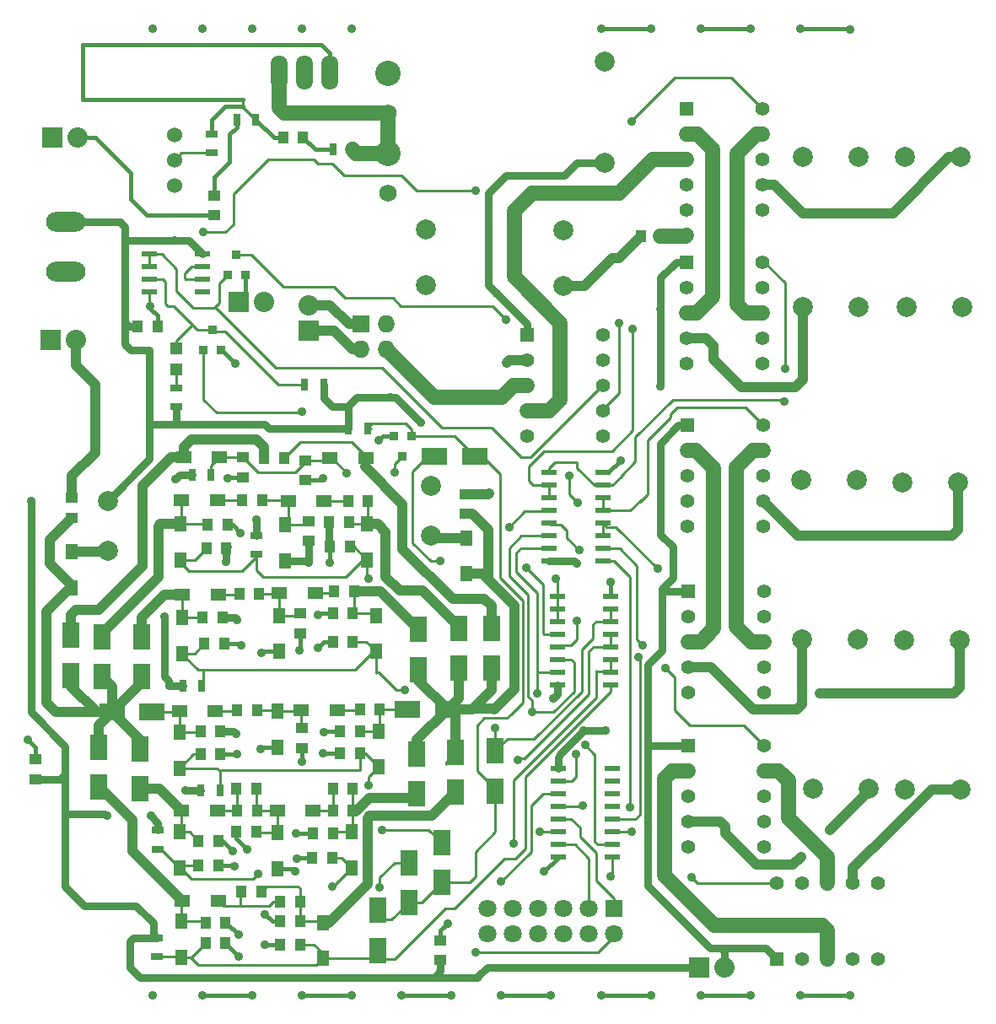
<source format=gtl>
%FSLAX46Y46*%
G04 Gerber Fmt 4.6, Leading zero omitted, Abs format (unit mm)*
G04 Created by KiCad (PCBNEW (2014-10-27 BZR 5228)-product) date 23/02/2015 12:19:06*
%MOMM*%
G01*
G04 APERTURE LIST*
%ADD10C,0.100000*%
%ADD11R,1.800860X2.499360*%
%ADD12R,2.499360X1.800860*%
%ADD13C,1.998980*%
%ADD14R,2.032000X2.032000*%
%ADD15O,2.032000X2.032000*%
%ADD16O,1.699260X3.500120*%
%ADD17R,1.727200X1.727200*%
%ADD18O,1.727200X1.727200*%
%ADD19C,1.524000*%
%ADD20R,1.550000X0.600000*%
%ADD21C,2.540000*%
%ADD22C,1.727200*%
%ADD23R,1.397000X1.397000*%
%ADD24C,1.397000*%
%ADD25R,1.000000X1.250000*%
%ADD26R,1.250000X1.000000*%
%ADD27R,1.198880X1.600200*%
%ADD28R,1.600200X1.198880*%
%ADD29R,0.700000X1.300000*%
%ADD30R,1.300000X0.700000*%
%ADD31R,1.800000X1.800000*%
%ADD32C,1.800000*%
%ADD33R,0.914400X0.914400*%
%ADD34R,1.500000X0.600000*%
%ADD35O,3.962400X1.981200*%
%ADD36R,1.198880X1.198880*%
%ADD37C,0.889000*%
%ADD38C,0.762000*%
%ADD39C,0.381000*%
%ADD40C,0.254000*%
%ADD41C,1.524000*%
%ADD42C,1.016000*%
G04 APERTURE END LIST*
D10*
D11*
X109900000Y-116498980D03*
X109900000Y-112501020D03*
X113900000Y-116498980D03*
X113900000Y-112501020D03*
D12*
X110901020Y-120100000D03*
X114898980Y-120100000D03*
D11*
X113700000Y-123801020D03*
X113700000Y-127798980D03*
X109600000Y-123601020D03*
X109600000Y-127598980D03*
X145400000Y-124101020D03*
X145400000Y-128098980D03*
X145700000Y-115698980D03*
X145700000Y-111701020D03*
X141700000Y-115798980D03*
X141700000Y-111801020D03*
D12*
X144598980Y-119800000D03*
X140601020Y-119800000D03*
D11*
X141500000Y-124301020D03*
X141500000Y-128298980D03*
D13*
X160375600Y-64919860D03*
X160375600Y-54759860D03*
X142392400Y-77228700D03*
X142392400Y-71640700D03*
X156197300Y-77292200D03*
X156197300Y-71704200D03*
X196092000Y-64396000D03*
X190504000Y-64396000D03*
X196292000Y-79396000D03*
X190704000Y-79396000D03*
X195892000Y-96996000D03*
X190304000Y-96996000D03*
X181308000Y-127804000D03*
X186896000Y-127804000D03*
X195992000Y-112896000D03*
X190404000Y-112896000D03*
X185892000Y-64396000D03*
X180304000Y-64396000D03*
X185892000Y-79396000D03*
X180304000Y-79396000D03*
X185692000Y-96796000D03*
X180104000Y-96796000D03*
X196092000Y-127896000D03*
X190504000Y-127896000D03*
X185792000Y-112796000D03*
X180204000Y-112796000D03*
D14*
X130644900Y-81788000D03*
D15*
X130644900Y-79248000D03*
D14*
X123630000Y-78900000D03*
D15*
X126170000Y-78900000D03*
D14*
X104930000Y-62400000D03*
D15*
X107470000Y-62400000D03*
D14*
X104730000Y-82700000D03*
D15*
X107270000Y-82700000D03*
D16*
X130200000Y-55900000D03*
X132740000Y-55900000D03*
X127660000Y-55900000D03*
D13*
X110500000Y-98900640D03*
X110500000Y-103901900D03*
X142900000Y-102399360D03*
X142900000Y-97398100D03*
D17*
X135902700Y-81140300D03*
D18*
X135902700Y-83680300D03*
X138442700Y-81140300D03*
X138442700Y-83680300D03*
D19*
X117170200Y-64668400D03*
X117170200Y-62128400D03*
X117170200Y-67208400D03*
D20*
X114635300Y-74091800D03*
X114635300Y-75361800D03*
X114635300Y-76631800D03*
X114635300Y-77901800D03*
X120035300Y-77901800D03*
X120035300Y-76631800D03*
X120035300Y-75361800D03*
X120035300Y-74091800D03*
D21*
X138582400Y-55976000D03*
D22*
X138582400Y-59976000D03*
D21*
X138582400Y-63976000D03*
D22*
X138582400Y-67976000D03*
D23*
X152603200Y-82207100D03*
D24*
X152603200Y-84747100D03*
X152603200Y-87287100D03*
X152603200Y-89827100D03*
X152603200Y-92367100D03*
X160223200Y-92367100D03*
X160223200Y-89827100D03*
X160223200Y-87287100D03*
X160223200Y-84747100D03*
X160223200Y-82207100D03*
D23*
X168590000Y-59520000D03*
D24*
X168590000Y-62060000D03*
X168590000Y-64600000D03*
X168590000Y-67140000D03*
X168590000Y-69680000D03*
X176210000Y-69680000D03*
X176210000Y-67140000D03*
X176210000Y-64600000D03*
X176210000Y-62060000D03*
X176210000Y-59520000D03*
D23*
X168590000Y-74920000D03*
D24*
X168590000Y-77460000D03*
X168590000Y-80000000D03*
X168590000Y-82540000D03*
X168590000Y-85080000D03*
X176210000Y-85080000D03*
X176210000Y-82540000D03*
X176210000Y-80000000D03*
X176210000Y-77460000D03*
X176210000Y-74920000D03*
D23*
X168690000Y-91320000D03*
D24*
X168690000Y-93860000D03*
X168690000Y-96400000D03*
X168690000Y-98940000D03*
X168690000Y-101480000D03*
X176310000Y-101480000D03*
X176310000Y-98940000D03*
X176310000Y-96400000D03*
X176310000Y-93860000D03*
X176310000Y-91320000D03*
D23*
X168790000Y-107920000D03*
D24*
X168790000Y-110460000D03*
X168790000Y-113000000D03*
X168790000Y-115540000D03*
X168790000Y-118080000D03*
X176410000Y-118080000D03*
X176410000Y-115540000D03*
X176410000Y-113000000D03*
X176410000Y-110460000D03*
X176410000Y-107920000D03*
D23*
X168790000Y-123420000D03*
D24*
X168790000Y-125960000D03*
X168790000Y-128500000D03*
X168790000Y-131040000D03*
X168790000Y-133580000D03*
X176410000Y-133580000D03*
X176410000Y-131040000D03*
X176410000Y-128500000D03*
X176410000Y-125960000D03*
X176410000Y-123420000D03*
D25*
X113500000Y-81400000D03*
X115500000Y-81400000D03*
D26*
X121196100Y-68227700D03*
X121196100Y-70227700D03*
D25*
X130100000Y-62400000D03*
X128100000Y-62400000D03*
D26*
X106900000Y-100600000D03*
X106900000Y-98600000D03*
D25*
X120400000Y-103600000D03*
X122400000Y-103600000D03*
X120200000Y-113200000D03*
X122200000Y-113200000D03*
X135800000Y-124200000D03*
X133800000Y-124200000D03*
X119600000Y-135500000D03*
X121600000Y-135500000D03*
X120300000Y-143300000D03*
X122300000Y-143300000D03*
X120500000Y-101300000D03*
X122500000Y-101300000D03*
X120000000Y-110600000D03*
X122000000Y-110600000D03*
X119800000Y-122000000D03*
X121800000Y-122000000D03*
X119600000Y-133000000D03*
X121600000Y-133000000D03*
X120300000Y-141200000D03*
X122300000Y-141200000D03*
X126000000Y-98800000D03*
X124000000Y-98800000D03*
X125700000Y-108200000D03*
X123700000Y-108200000D03*
X125500000Y-119900000D03*
X123500000Y-119900000D03*
X125500000Y-130000000D03*
X123500000Y-130000000D03*
X129800000Y-139100000D03*
X127800000Y-139100000D03*
X129800000Y-143400000D03*
X127800000Y-143400000D03*
D26*
X130700000Y-100900000D03*
X130700000Y-102900000D03*
X129800000Y-110200000D03*
X129800000Y-112200000D03*
X130000000Y-121700000D03*
X130000000Y-123700000D03*
D25*
X125400000Y-132100000D03*
X123400000Y-132100000D03*
X129800000Y-141100000D03*
X127800000Y-141100000D03*
X136600000Y-98900000D03*
X134600000Y-98900000D03*
X135200000Y-108000000D03*
X133200000Y-108000000D03*
X137800000Y-119800000D03*
X135800000Y-119800000D03*
X135100000Y-127800000D03*
X133100000Y-127800000D03*
X134800000Y-103500000D03*
X132800000Y-103500000D03*
X135100000Y-113000000D03*
X133100000Y-113000000D03*
X119800000Y-124300000D03*
X121800000Y-124300000D03*
X133000000Y-134700000D03*
X131000000Y-134700000D03*
X134700000Y-101000000D03*
X132700000Y-101000000D03*
X135100000Y-110200000D03*
X133100000Y-110200000D03*
X135800000Y-122000000D03*
X133800000Y-122000000D03*
X133100000Y-132300000D03*
X131100000Y-132300000D03*
D26*
X146400000Y-98200000D03*
X146400000Y-100200000D03*
D25*
X125400000Y-127800000D03*
X123400000Y-127800000D03*
X135100000Y-130000000D03*
X133100000Y-130000000D03*
D27*
X106900000Y-103999140D03*
X106900000Y-107600860D03*
X117800000Y-101199140D03*
X117800000Y-104800860D03*
X118000000Y-110599140D03*
X118000000Y-114200860D03*
X117700000Y-122099140D03*
X117700000Y-125700860D03*
X117700000Y-132099140D03*
X117700000Y-135700860D03*
X117900000Y-141099140D03*
X117900000Y-144700860D03*
D28*
X117899140Y-98800000D03*
X121500860Y-98800000D03*
X117999140Y-108300000D03*
X121600860Y-108300000D03*
X117699140Y-120000000D03*
X121300860Y-120000000D03*
X117899140Y-130000000D03*
X121500860Y-130000000D03*
X117999140Y-139000000D03*
X121600860Y-139000000D03*
D27*
X128300000Y-101299140D03*
X128300000Y-104900860D03*
X127700000Y-110399140D03*
X127700000Y-114000860D03*
X127500000Y-119999140D03*
X127500000Y-123600860D03*
X127500000Y-132199140D03*
X127500000Y-135800860D03*
X132100000Y-141199140D03*
X132100000Y-144800860D03*
D28*
X128599140Y-98900000D03*
X132200860Y-98900000D03*
X127699140Y-108100000D03*
X131300860Y-108100000D03*
X129899140Y-119900000D03*
X133500860Y-119900000D03*
X127499140Y-130000000D03*
X131100860Y-130000000D03*
D27*
X136500000Y-101199140D03*
X136500000Y-104800860D03*
X137400000Y-110399140D03*
X137400000Y-114000860D03*
X137700000Y-121999140D03*
X137700000Y-125600860D03*
X135000000Y-132099140D03*
X135000000Y-135700860D03*
X146500000Y-102599140D03*
X146500000Y-106200860D03*
D29*
X125350000Y-60600000D03*
X123450000Y-60600000D03*
D30*
X120967500Y-62067400D03*
X120967500Y-63967400D03*
D29*
X135050000Y-63600000D03*
X133150000Y-63600000D03*
D30*
X115400000Y-144650000D03*
X115400000Y-142750000D03*
X115500000Y-133850000D03*
X115500000Y-131950000D03*
D29*
X121750000Y-127900000D03*
X119850000Y-127900000D03*
X119950000Y-117400000D03*
X118050000Y-117400000D03*
D30*
X125400000Y-104250000D03*
X125400000Y-102350000D03*
D25*
X166000000Y-72300000D03*
X164000000Y-72300000D03*
D23*
X177620000Y-144910000D03*
D24*
X180160000Y-144910000D03*
X182700000Y-144910000D03*
X185240000Y-144910000D03*
X187780000Y-144910000D03*
X187780000Y-137290000D03*
X185240000Y-137290000D03*
X182700000Y-137290000D03*
X180160000Y-137290000D03*
X177620000Y-137290000D03*
D31*
X161300000Y-139800000D03*
D32*
X158760000Y-139800000D03*
X156220000Y-139800000D03*
X153680000Y-139800000D03*
X151140000Y-139800000D03*
X148600000Y-139800000D03*
X161300000Y-142340000D03*
X158760000Y-142340000D03*
X156220000Y-142340000D03*
X153680000Y-142340000D03*
X151140000Y-142340000D03*
X148600000Y-142340000D03*
D25*
X128200000Y-94600000D03*
X126200000Y-94600000D03*
D26*
X124100000Y-94500000D03*
X124100000Y-96500000D03*
X130300000Y-94800000D03*
X130300000Y-96800000D03*
D11*
X137600000Y-140001020D03*
X137600000Y-143998980D03*
X140700000Y-139198980D03*
X140700000Y-135201020D03*
X144000000Y-137198980D03*
X144000000Y-133201020D03*
X149400000Y-127998980D03*
X149400000Y-124001020D03*
D12*
X147298980Y-94400000D03*
X143301020Y-94400000D03*
D11*
X106800000Y-116398980D03*
X106800000Y-112401020D03*
X149000000Y-115698980D03*
X149000000Y-111701020D03*
D28*
X118099140Y-94500000D03*
X121700860Y-94500000D03*
X136400860Y-94600000D03*
X132799140Y-94600000D03*
D33*
X124289000Y-76216000D03*
X122511000Y-76216000D03*
X123400000Y-74184000D03*
X139211000Y-92384000D03*
X140989000Y-92384000D03*
X140100000Y-94416000D03*
D29*
X136550000Y-91600000D03*
X134650000Y-91600000D03*
X120850000Y-96300000D03*
X118950000Y-96300000D03*
D34*
X155700000Y-125755000D03*
X155700000Y-127025000D03*
X155700000Y-128295000D03*
X155700000Y-129565000D03*
X155700000Y-130835000D03*
X155700000Y-132105000D03*
X155700000Y-133375000D03*
X155700000Y-134645000D03*
X161100000Y-134645000D03*
X161100000Y-133375000D03*
X161100000Y-132105000D03*
X161100000Y-130835000D03*
X161100000Y-129565000D03*
X161100000Y-128295000D03*
X161100000Y-127025000D03*
X161100000Y-125755000D03*
X160200000Y-104945000D03*
X160200000Y-103675000D03*
X160200000Y-102405000D03*
X160200000Y-101135000D03*
X160200000Y-99865000D03*
X160200000Y-98595000D03*
X160200000Y-97325000D03*
X160200000Y-96055000D03*
X154800000Y-96055000D03*
X154800000Y-97325000D03*
X154800000Y-98595000D03*
X154800000Y-99865000D03*
X154800000Y-101135000D03*
X154800000Y-102405000D03*
X154800000Y-103675000D03*
X154800000Y-104945000D03*
X161000000Y-117345000D03*
X161000000Y-116075000D03*
X161000000Y-114805000D03*
X161000000Y-113535000D03*
X161000000Y-112265000D03*
X161000000Y-110995000D03*
X161000000Y-109725000D03*
X161000000Y-108455000D03*
X155600000Y-108455000D03*
X155600000Y-109725000D03*
X155600000Y-110995000D03*
X155600000Y-112265000D03*
X155600000Y-113535000D03*
X155600000Y-114805000D03*
X155600000Y-116075000D03*
X155600000Y-117345000D03*
D25*
X125900000Y-138100000D03*
X123900000Y-138100000D03*
D26*
X103200000Y-126800000D03*
X103200000Y-124800000D03*
X143900000Y-145000000D03*
X143900000Y-143000000D03*
D35*
X106300000Y-75900000D03*
X106300000Y-70900000D03*
D14*
X169830000Y-145700000D03*
D15*
X172370000Y-145700000D03*
D33*
X121889000Y-83716000D03*
X120111000Y-83716000D03*
X121000000Y-81684000D03*
D29*
X130250000Y-87200000D03*
X132150000Y-87200000D03*
D36*
X117400000Y-85649020D03*
X117400000Y-83550980D03*
D30*
X117400000Y-89450000D03*
X117400000Y-87550000D03*
D37*
X117300000Y-96700000D03*
X102800000Y-98900000D03*
X116200000Y-110500000D03*
X125400000Y-100800000D03*
X110400000Y-130500000D03*
X114800000Y-130500000D03*
X118300000Y-127900000D03*
X138900000Y-88500000D03*
X149550000Y-78050000D03*
X141900000Y-91000000D03*
X117200000Y-72700000D03*
X182000000Y-118200000D03*
X180100000Y-134600000D03*
X183000000Y-131900000D03*
X148800000Y-98100000D03*
X150600000Y-85000000D03*
X143900000Y-104900000D03*
X155500000Y-106700000D03*
X136700000Y-106700000D03*
X140300000Y-117900000D03*
X149400000Y-121700000D03*
X151700000Y-124900000D03*
X136700000Y-127400000D03*
X138000000Y-131900000D03*
X151200000Y-133300000D03*
X133000000Y-137600000D03*
X137800000Y-137700000D03*
X125600000Y-136300000D03*
X120100000Y-71900000D03*
X147400000Y-67700000D03*
X161800000Y-81000000D03*
X163100000Y-60800000D03*
X163200000Y-81600000D03*
X178400000Y-88900000D03*
X178500000Y-85600000D03*
X165700000Y-105700000D03*
X166500000Y-115700000D03*
X164200000Y-113400000D03*
X168600000Y-72200000D03*
X157800000Y-103800000D03*
X158200000Y-129500000D03*
X157600000Y-110900000D03*
X153100000Y-120100000D03*
X153900000Y-132100000D03*
X153600000Y-118200000D03*
X158400000Y-123400000D03*
X157600000Y-105200000D03*
X158300000Y-121900000D03*
X155200000Y-118700000D03*
X160500000Y-121900000D03*
X147400000Y-144200000D03*
X150000000Y-137100000D03*
X162900000Y-129600000D03*
X169100000Y-136700000D03*
X139300000Y-96000000D03*
X134500000Y-96100000D03*
X161000000Y-136600000D03*
X163100000Y-132100000D03*
X150500000Y-80700000D03*
X157500000Y-124300000D03*
X150800000Y-101500000D03*
X152500000Y-105600000D03*
X166000000Y-87400000D03*
X156800000Y-96400000D03*
X157700000Y-99100000D03*
X163800000Y-114600000D03*
X130000000Y-89900000D03*
X162000000Y-94800000D03*
X185000000Y-148500000D03*
X180000000Y-148500000D03*
X175000000Y-148500000D03*
X170000000Y-148500000D03*
X165000000Y-148500000D03*
X160000000Y-148500000D03*
X155000000Y-148500000D03*
X150000000Y-148500000D03*
X145000000Y-148500000D03*
X140000000Y-148500000D03*
X135000000Y-148500000D03*
X130000000Y-148500000D03*
X123600000Y-144600000D03*
X115000000Y-148500000D03*
X120000000Y-148500000D03*
X125000000Y-148500000D03*
X137700000Y-92800000D03*
X161000000Y-107000000D03*
X154300000Y-136100000D03*
X132100000Y-96600000D03*
X122500000Y-96600000D03*
X160000000Y-51500000D03*
X165000000Y-51500000D03*
X170000000Y-51500000D03*
X175000000Y-51500000D03*
X180000000Y-51500000D03*
X185000000Y-51600000D03*
X135000000Y-51500000D03*
X126300000Y-143400000D03*
X126300000Y-140400000D03*
X123600000Y-142400000D03*
X122400000Y-105000000D03*
X130700000Y-105100000D03*
X123400000Y-122300000D03*
X123500000Y-110800000D03*
X123800000Y-102100000D03*
X132800000Y-105100000D03*
X123900000Y-113400000D03*
X125900000Y-114100000D03*
X129700000Y-113900000D03*
X131600000Y-110300000D03*
X131600000Y-113600000D03*
X123500000Y-124300000D03*
X125800000Y-123800000D03*
X130000000Y-125100000D03*
X132100000Y-124200000D03*
X132200000Y-122100000D03*
X129400000Y-132300000D03*
X129500000Y-134800000D03*
X129300000Y-136100000D03*
X124500000Y-133900000D03*
X123000000Y-134000000D03*
X123200000Y-135600000D03*
X123300000Y-85100000D03*
X144600000Y-141300000D03*
X102500000Y-122900000D03*
X130000000Y-51500000D03*
X120000000Y-51500000D03*
X125000000Y-51500000D03*
X115000000Y-51500000D03*
X114757200Y-79362300D03*
D38*
X117400000Y-89450000D02*
X117400000Y-91200000D01*
X117500000Y-91100000D02*
X117500000Y-91200000D01*
X117400000Y-91200000D02*
X117500000Y-91100000D01*
X135300000Y-146700000D02*
X143300000Y-146700000D01*
X135300000Y-146700000D02*
X135500000Y-146700000D01*
X115400000Y-142750000D02*
X113050000Y-142750000D01*
X113700000Y-146700000D02*
X135300000Y-146700000D01*
X112700000Y-145700000D02*
X113700000Y-146700000D01*
X112700000Y-143100000D02*
X112700000Y-145700000D01*
X113050000Y-142750000D02*
X112700000Y-143100000D01*
X134650000Y-91600000D02*
X126700000Y-91600000D01*
X126300000Y-91200000D02*
X117500000Y-91200000D01*
X117500000Y-91200000D02*
X114700000Y-91200000D01*
X126700000Y-91600000D02*
X126300000Y-91200000D01*
X118950000Y-96300000D02*
X117700000Y-96300000D01*
X117700000Y-96300000D02*
X117300000Y-96700000D01*
X106200000Y-123900000D02*
X106200000Y-123500000D01*
X102800000Y-120100000D02*
X102800000Y-98900000D01*
X106200000Y-123500000D02*
X102800000Y-120100000D01*
X116600000Y-116900000D02*
X116200000Y-116500000D01*
X116200000Y-116500000D02*
X116200000Y-110500000D01*
X118050000Y-117400000D02*
X116600000Y-117400000D01*
X116600000Y-117400000D02*
X116600000Y-116900000D01*
X125400000Y-102350000D02*
X125400000Y-100800000D01*
X114700000Y-86500000D02*
X114700000Y-91200000D01*
X114700000Y-91200000D02*
X114700000Y-92300000D01*
X114700000Y-92300000D02*
X114700000Y-94700640D01*
X114700000Y-94700640D02*
X110500000Y-98900640D01*
X114671600Y-83769200D02*
X114671600Y-86471600D01*
X114671600Y-86471600D02*
X114700000Y-86500000D01*
X112366100Y-83333900D02*
X112266100Y-83333900D01*
X112179100Y-76500000D02*
X112179100Y-80949800D01*
X112179100Y-76301600D02*
X112179100Y-76500000D01*
X112179100Y-80949800D02*
X112179100Y-83146900D01*
X112179100Y-83146900D02*
X112366100Y-83333900D01*
X112366100Y-83333900D02*
X112801400Y-83769200D01*
X112801400Y-83769200D02*
X114671600Y-83769200D01*
X106200000Y-126300000D02*
X106200000Y-130300000D01*
X106200000Y-123900000D02*
X106200000Y-126300000D01*
X110400000Y-130500000D02*
X110200000Y-130300000D01*
X110200000Y-130300000D02*
X106200000Y-130300000D01*
X115500000Y-131200000D02*
X114800000Y-130500000D01*
X115500000Y-131950000D02*
X115500000Y-131200000D01*
X115050000Y-142400000D02*
X115400000Y-142750000D01*
X113300000Y-139500000D02*
X115050000Y-141250000D01*
X108100000Y-139500000D02*
X113300000Y-139500000D01*
X106200000Y-137600000D02*
X108100000Y-139500000D01*
X106200000Y-137600000D02*
X106200000Y-130300000D01*
X115050000Y-142400000D02*
X115050000Y-141250000D01*
X119850000Y-127900000D02*
X118300000Y-127900000D01*
X135500000Y-88500000D02*
X138900000Y-88500000D01*
X134650000Y-89350000D02*
X135500000Y-88500000D01*
X134650000Y-89400000D02*
X134650000Y-89350000D01*
X134650000Y-91600000D02*
X134650000Y-89400000D01*
X143900000Y-146100000D02*
X143300000Y-146700000D01*
X143900000Y-145000000D02*
X143900000Y-146100000D01*
X105700000Y-126800000D02*
X106200000Y-126300000D01*
X103200000Y-126800000D02*
X105700000Y-126800000D01*
X149550000Y-78050000D02*
X152603200Y-81103200D01*
X152603200Y-81103200D02*
X152603200Y-82207100D01*
X148700000Y-77200000D02*
X149550000Y-78050000D01*
X148700000Y-68000000D02*
X148700000Y-77200000D01*
X150500000Y-66200000D02*
X148700000Y-68000000D01*
X156300000Y-66200000D02*
X150500000Y-66200000D01*
X157580140Y-64919860D02*
X156300000Y-66200000D01*
X160375600Y-64919860D02*
X157580140Y-64919860D01*
X112179100Y-71361300D02*
X111800000Y-70982200D01*
X112179100Y-72700000D02*
X112179100Y-71361300D01*
X112179100Y-76500000D02*
X112179100Y-72700000D01*
X148600000Y-145700000D02*
X147800000Y-146500000D01*
X147600000Y-146700000D02*
X143300000Y-146700000D01*
X147600000Y-146700000D02*
X147800000Y-146500000D01*
X169830000Y-145700000D02*
X148600000Y-145700000D01*
X132150000Y-88550000D02*
X133000000Y-89400000D01*
X133000000Y-89400000D02*
X134650000Y-89400000D01*
X132150000Y-87200000D02*
X132150000Y-88550000D01*
X141900000Y-91000000D02*
X139400000Y-88500000D01*
X139400000Y-88500000D02*
X138900000Y-88500000D01*
X118643500Y-72700000D02*
X120035300Y-74091800D01*
X117200000Y-72700000D02*
X118643500Y-72700000D01*
X112179100Y-72700000D02*
X117200000Y-72700000D01*
X111717800Y-70900000D02*
X111800000Y-70900000D01*
X111800000Y-70900000D02*
X111800000Y-70982200D01*
X106300000Y-70900000D02*
X111717800Y-70900000D01*
X112629300Y-81400000D02*
X112179100Y-80949800D01*
X113500000Y-81400000D02*
X112629300Y-81400000D01*
D39*
X121196100Y-68227700D02*
X121196100Y-66403900D01*
X123450000Y-61350000D02*
X123450000Y-60600000D01*
X122700000Y-62100000D02*
X123450000Y-61350000D01*
X122700000Y-64900000D02*
X122700000Y-62100000D01*
X121196100Y-66403900D02*
X122700000Y-64900000D01*
X114427700Y-70227700D02*
X121196100Y-70227700D01*
X112800000Y-66400000D02*
X112800000Y-68600000D01*
X112800000Y-68600000D02*
X114427700Y-70227700D01*
X112800000Y-66000000D02*
X109200000Y-62400000D01*
X109200000Y-62400000D02*
X107470000Y-62400000D01*
X112800000Y-66400000D02*
X112800000Y-66000000D01*
D40*
X117871200Y-63967400D02*
X117170200Y-64668400D01*
X120967500Y-63967400D02*
X117871200Y-63967400D01*
D39*
X131300000Y-63600000D02*
X130100000Y-62400000D01*
X133150000Y-63600000D02*
X131300000Y-63600000D01*
X120967500Y-62067400D02*
X120967500Y-60632500D01*
X124100000Y-59300000D02*
X124100000Y-59350000D01*
X122300000Y-59300000D02*
X124100000Y-59300000D01*
X120967500Y-60632500D02*
X122300000Y-59300000D01*
D40*
X124100000Y-58600000D02*
X124100000Y-59350000D01*
X124100000Y-59350000D02*
X125350000Y-60600000D01*
D39*
X132740000Y-55900000D02*
X132740000Y-53940000D01*
X132740000Y-53940000D02*
X131900000Y-53100000D01*
X131900000Y-53100000D02*
X125500000Y-53100000D01*
X125500000Y-53100000D02*
X108000000Y-53100000D01*
D40*
X124100000Y-58600000D02*
X124100000Y-58500000D01*
X124100000Y-58600000D02*
X124100000Y-58600000D01*
D39*
X108000000Y-53100000D02*
X108000000Y-58600000D01*
X108000000Y-58600000D02*
X124100000Y-58600000D01*
X127150000Y-62400000D02*
X125350000Y-60600000D01*
X128100000Y-62400000D02*
X127150000Y-62400000D01*
D41*
X156197300Y-77292200D02*
X156197300Y-77102700D01*
D42*
X161800000Y-74500000D02*
X164000000Y-72300000D01*
X156197300Y-77292200D02*
X158307800Y-77292200D01*
X158307800Y-77292200D02*
X161100000Y-74500000D01*
X161100000Y-74500000D02*
X161800000Y-74500000D01*
X194904000Y-64396000D02*
X189300000Y-70000000D01*
X189300000Y-70000000D02*
X180300000Y-70000000D01*
X180300000Y-70000000D02*
X177440000Y-67140000D01*
X177440000Y-67140000D02*
X176210000Y-67140000D01*
X196092000Y-64396000D02*
X194904000Y-64396000D01*
D40*
X196138000Y-79465300D02*
X196138000Y-79947300D01*
D42*
X195892000Y-101808000D02*
X195300000Y-102400000D01*
X195300000Y-102400000D02*
X179770000Y-102400000D01*
X179770000Y-102400000D02*
X176310000Y-98940000D01*
X195892000Y-96996000D02*
X195892000Y-101808000D01*
X195992000Y-117608000D02*
X195400000Y-118200000D01*
X195400000Y-118200000D02*
X182000000Y-118200000D01*
X195992000Y-112896000D02*
X195992000Y-117608000D01*
X186896000Y-127804000D02*
X186896000Y-128004000D01*
X186896000Y-128004000D02*
X183000000Y-131900000D01*
X171940000Y-131040000D02*
X168790000Y-131040000D01*
X172500000Y-131600000D02*
X171940000Y-131040000D01*
X172500000Y-132300000D02*
X172500000Y-131600000D01*
X175600000Y-135400000D02*
X172500000Y-132300000D01*
X179300000Y-135400000D02*
X175600000Y-135400000D01*
X180100000Y-134600000D02*
X179300000Y-135400000D01*
X193204000Y-127896000D02*
X187300000Y-133800000D01*
X187300000Y-133800000D02*
X187200000Y-133800000D01*
X187200000Y-133800000D02*
X185240000Y-135760000D01*
X185240000Y-135760000D02*
X185240000Y-137290000D01*
X196092000Y-127896000D02*
X193204000Y-127896000D01*
X180304000Y-86696000D02*
X179500000Y-87500000D01*
X179500000Y-87500000D02*
X174100000Y-87500000D01*
X174100000Y-87500000D02*
X171300000Y-84700000D01*
X171300000Y-84700000D02*
X171300000Y-83300000D01*
X171300000Y-83300000D02*
X170540000Y-82540000D01*
X170540000Y-82540000D02*
X168590000Y-82540000D01*
X180304000Y-79396000D02*
X180304000Y-86696000D01*
X180204000Y-119296000D02*
X179700000Y-119800000D01*
X179700000Y-119800000D02*
X175300000Y-119800000D01*
X175300000Y-119800000D02*
X171040000Y-115540000D01*
X171040000Y-115540000D02*
X168790000Y-115540000D01*
X180204000Y-112796000D02*
X180204000Y-119296000D01*
X106900000Y-107600860D02*
X106900000Y-107400000D01*
X106900000Y-107400000D02*
X104700000Y-105200000D01*
X104700000Y-102800000D02*
X106900000Y-100600000D01*
X104700000Y-105200000D02*
X104700000Y-102800000D01*
X106900000Y-107600860D02*
X106699140Y-107600860D01*
X106699140Y-107600860D02*
X104300000Y-110000000D01*
X104300000Y-110000000D02*
X104300000Y-119100000D01*
X104300000Y-119100000D02*
X105300000Y-120100000D01*
X105300000Y-120100000D02*
X110901020Y-120100000D01*
X106800000Y-116398980D02*
X106800000Y-117500000D01*
X106800000Y-117500000D02*
X109400000Y-120100000D01*
X109400000Y-120100000D02*
X110901020Y-120100000D01*
X113900000Y-117101020D02*
X110901020Y-120100000D01*
D40*
X113900000Y-116498980D02*
X113900000Y-117101020D01*
D42*
X113700000Y-122898980D02*
X110901020Y-120100000D01*
D40*
X113700000Y-123801020D02*
X113700000Y-122898980D01*
D42*
X109600000Y-121401020D02*
X110901020Y-120100000D01*
X109600000Y-123601020D02*
X109600000Y-121401020D01*
X110901020Y-117500000D02*
X109900000Y-116498980D01*
X110901020Y-120100000D02*
X110901020Y-117500000D01*
X152603200Y-84747100D02*
X150852900Y-84747100D01*
X148700000Y-98200000D02*
X146400000Y-98200000D01*
X148800000Y-98100000D02*
X148700000Y-98200000D01*
X150852900Y-84747100D02*
X150600000Y-85000000D01*
D40*
X143301020Y-94400000D02*
X142600000Y-94400000D01*
X142600000Y-94400000D02*
X141100000Y-95900000D01*
X141100000Y-95900000D02*
X141100000Y-103100000D01*
X141100000Y-103100000D02*
X142900000Y-104900000D01*
X142900000Y-104900000D02*
X143900000Y-104900000D01*
X136500000Y-104800860D02*
X136500000Y-106500000D01*
X155600000Y-106800000D02*
X155600000Y-108455000D01*
X155500000Y-106700000D02*
X155600000Y-106800000D01*
X136500000Y-106500000D02*
X136700000Y-106700000D01*
X155600000Y-109725000D02*
X155600000Y-110995000D01*
X155600000Y-108455000D02*
X155600000Y-109725000D01*
X119199140Y-104800860D02*
X120400000Y-103600000D01*
X117800000Y-104800860D02*
X119199140Y-104800860D01*
X117800000Y-105100000D02*
X117800000Y-104800860D01*
X118600000Y-105900000D02*
X117800000Y-105100000D01*
X124000000Y-105900000D02*
X118600000Y-105900000D01*
X125400000Y-104500000D02*
X124000000Y-105900000D01*
X125400000Y-104250000D02*
X125400000Y-104500000D01*
X135199140Y-103500000D02*
X136500000Y-104800860D01*
X134800000Y-103500000D02*
X135199140Y-103500000D01*
X134400000Y-106500000D02*
X126100000Y-106500000D01*
X126100000Y-106500000D02*
X125400000Y-105800000D01*
X125400000Y-105800000D02*
X125400000Y-104250000D01*
X136099140Y-104800860D02*
X134400000Y-106500000D01*
X136500000Y-104800860D02*
X136099140Y-104800860D01*
X158100000Y-117100000D02*
X158100000Y-118000000D01*
X152400000Y-122800000D02*
X152300000Y-122800000D01*
X153300000Y-122800000D02*
X152400000Y-122800000D01*
X158100000Y-118000000D02*
X153300000Y-122800000D01*
X137400000Y-116100000D02*
X137700000Y-116100000D01*
X139500000Y-117900000D02*
X140300000Y-117900000D01*
X137700000Y-116100000D02*
X139500000Y-117900000D01*
X149400000Y-121700000D02*
X149400000Y-124001020D01*
X152500000Y-122800000D02*
X152300000Y-122800000D01*
X152300000Y-122800000D02*
X150601020Y-122800000D01*
X150601020Y-122800000D02*
X149400000Y-124001020D01*
X158100000Y-117200000D02*
X158100000Y-117100000D01*
X158100000Y-117100000D02*
X158100000Y-113800000D01*
X159505000Y-110995000D02*
X161000000Y-110995000D01*
X159200000Y-111300000D02*
X159505000Y-110995000D01*
X159200000Y-112700000D02*
X159200000Y-111300000D01*
X158100000Y-113800000D02*
X159200000Y-112700000D01*
X136399140Y-113000000D02*
X137400000Y-114000860D01*
X135100000Y-113000000D02*
X136399140Y-113000000D01*
X119199140Y-114200860D02*
X120200000Y-113200000D01*
X118000000Y-114200860D02*
X119199140Y-114200860D01*
X137400000Y-114500000D02*
X137400000Y-114000860D01*
X118000000Y-114200860D02*
X118300860Y-114200860D01*
X137199140Y-114000860D02*
X137400000Y-114000860D01*
X135350000Y-115850000D02*
X137199140Y-114000860D01*
X125000000Y-115850000D02*
X135350000Y-115850000D01*
X118000000Y-114300000D02*
X118000000Y-114200860D01*
X119550000Y-115850000D02*
X118000000Y-114300000D01*
X120100000Y-115850000D02*
X119550000Y-115850000D01*
X125000000Y-115850000D02*
X120100000Y-115850000D01*
X120100000Y-117250000D02*
X119950000Y-117400000D01*
X120100000Y-115850000D02*
X120100000Y-117250000D01*
X137400000Y-116100000D02*
X137400000Y-116200000D01*
X137400000Y-114000860D02*
X137400000Y-116100000D01*
X161000000Y-109725000D02*
X161000000Y-110995000D01*
X152350000Y-124750000D02*
X151850000Y-124750000D01*
X151850000Y-124750000D02*
X151700000Y-124900000D01*
X161000000Y-113535000D02*
X159265000Y-113535000D01*
X159265000Y-113535000D02*
X158800000Y-114000000D01*
X158800000Y-114000000D02*
X158800000Y-118300000D01*
X158800000Y-118300000D02*
X152350000Y-124750000D01*
X152350000Y-124750000D02*
X152300000Y-124800000D01*
X161000000Y-113535000D02*
X161000000Y-112265000D01*
X138000000Y-131900000D02*
X142698980Y-131900000D01*
X142698980Y-131900000D02*
X144000000Y-133201020D01*
X136700000Y-127400000D02*
X136700000Y-126600860D01*
X136700000Y-126600860D02*
X137700000Y-125600860D01*
X138175360Y-132075360D02*
X138000000Y-131900000D01*
X117700000Y-125700860D02*
X121400860Y-125700860D01*
X137650860Y-125650000D02*
X137700000Y-125600860D01*
X136299140Y-124200000D02*
X137700000Y-125600860D01*
X135800000Y-124200000D02*
X136299140Y-124200000D01*
X119100860Y-124300000D02*
X117700000Y-125700860D01*
X119800000Y-124300000D02*
X119100860Y-124300000D01*
X121650000Y-125950000D02*
X121400860Y-125700860D01*
X121750000Y-126050000D02*
X121650000Y-125950000D01*
X121750000Y-127900000D02*
X121750000Y-126050000D01*
X135850000Y-125950000D02*
X135800000Y-125900000D01*
X135800000Y-125900000D02*
X135800000Y-124200000D01*
X121650000Y-125950000D02*
X135850000Y-125950000D01*
X159500000Y-116000000D02*
X160925000Y-116000000D01*
X160925000Y-116000000D02*
X161000000Y-116075000D01*
X159500000Y-115900000D02*
X159500000Y-116000000D01*
X151200000Y-126900000D02*
X151200000Y-133300000D01*
X159500000Y-118600000D02*
X151200000Y-126900000D01*
X159500000Y-116000000D02*
X159500000Y-118600000D01*
X161000000Y-114805000D02*
X161000000Y-116075000D01*
X140700000Y-135201020D02*
X140298980Y-135201020D01*
X133000000Y-137600000D02*
X133000000Y-137550000D01*
X137900000Y-137600000D02*
X137800000Y-137700000D01*
X117900860Y-135500000D02*
X117700000Y-135700860D01*
X119600000Y-135500000D02*
X117900860Y-135500000D01*
X117700000Y-135700860D02*
X117700000Y-136100000D01*
X133999140Y-134700000D02*
X135000000Y-135700860D01*
X133000000Y-134700000D02*
X133999140Y-134700000D01*
X135000000Y-135700860D02*
X135000000Y-136000000D01*
X117800860Y-135700860D02*
X117700000Y-135700860D01*
X115849140Y-133850000D02*
X117700000Y-135700860D01*
X115500000Y-133850000D02*
X115849140Y-133850000D01*
X125100000Y-136800000D02*
X118900000Y-136800000D01*
X125600000Y-136300000D02*
X125100000Y-136800000D01*
X118900000Y-136800000D02*
X117800860Y-135700860D01*
X133100860Y-137600000D02*
X135000000Y-135700860D01*
X133000000Y-137600000D02*
X133100860Y-137600000D01*
X137800000Y-136700000D02*
X137800000Y-137700000D01*
X139298980Y-135201020D02*
X137800000Y-136700000D01*
X140700000Y-135201020D02*
X139298980Y-135201020D01*
X152400000Y-127400000D02*
X152400000Y-126600000D01*
X139301020Y-144898980D02*
X144400000Y-139800000D01*
X144400000Y-139800000D02*
X145300000Y-139800000D01*
X145300000Y-139800000D02*
X150300000Y-134800000D01*
X150300000Y-134800000D02*
X151400000Y-134800000D01*
X151400000Y-134800000D02*
X152400000Y-133800000D01*
X152400000Y-133800000D02*
X152400000Y-127400000D01*
X137600000Y-144898980D02*
X139301020Y-144898980D01*
X161000000Y-118000000D02*
X161000000Y-117345000D01*
X152400000Y-126600000D02*
X161000000Y-118000000D01*
X132100000Y-144800860D02*
X137501880Y-144800860D01*
X137501880Y-144800860D02*
X137600000Y-144898980D01*
X117900000Y-144700860D02*
X118800860Y-144700860D01*
X118800860Y-144700860D02*
X119600000Y-145500000D01*
X119600000Y-145500000D02*
X131400860Y-145500000D01*
X131400860Y-145500000D02*
X132100000Y-144800860D01*
X132100000Y-144800860D02*
X132100000Y-144300000D01*
X132100000Y-144300000D02*
X131200000Y-143400000D01*
X131200000Y-143400000D02*
X129800000Y-143400000D01*
X118899140Y-144700860D02*
X120300000Y-143300000D01*
X117900000Y-144700860D02*
X118899140Y-144700860D01*
X132100000Y-144800860D02*
X132099140Y-144800860D01*
X117849140Y-144650000D02*
X117900000Y-144700860D01*
X115400000Y-144650000D02*
X117849140Y-144650000D01*
X117899140Y-101100000D02*
X117800000Y-101199140D01*
X117899140Y-98800000D02*
X117899140Y-101100000D01*
X120399140Y-101199140D02*
X120500000Y-101300000D01*
X117800000Y-101199140D02*
X120399140Y-101199140D01*
X117800000Y-101199140D02*
X117400860Y-101199140D01*
D42*
X115800860Y-101199140D02*
X117800000Y-101199140D01*
X115600000Y-101400000D02*
X115800860Y-101199140D01*
X115600000Y-106500000D02*
X115600000Y-101400000D01*
X109900000Y-112200000D02*
X115600000Y-106500000D01*
D40*
X109900000Y-112501020D02*
X109900000Y-112200000D01*
X117899140Y-108400000D02*
X117999140Y-108300000D01*
X117999140Y-110598280D02*
X118000000Y-110599140D01*
X117999140Y-108300000D02*
X117999140Y-110598280D01*
X119999140Y-110599140D02*
X120000000Y-110600000D01*
X118000000Y-110599140D02*
X119999140Y-110599140D01*
D42*
X113900000Y-110600000D02*
X116200000Y-108300000D01*
X116200000Y-108300000D02*
X117999140Y-108300000D01*
X113900000Y-112501020D02*
X113900000Y-110600000D01*
D40*
X117599140Y-120100000D02*
X117699140Y-120000000D01*
X114898980Y-120100000D02*
X117599140Y-120100000D01*
X117699140Y-122098280D02*
X117700000Y-122099140D01*
X117699140Y-120000000D02*
X117699140Y-122098280D01*
X119700860Y-122099140D02*
X119800000Y-122000000D01*
X117700000Y-122099140D02*
X119700860Y-122099140D01*
X117899140Y-131900000D02*
X117700000Y-132099140D01*
X117899140Y-130000000D02*
X117899140Y-131900000D01*
X118699140Y-132099140D02*
X119600000Y-133000000D01*
X117700000Y-132099140D02*
X118699140Y-132099140D01*
D42*
X115698120Y-127798980D02*
X117899140Y-130000000D01*
X113700000Y-127798980D02*
X115698120Y-127798980D01*
X113000000Y-134000860D02*
X117999140Y-139000000D01*
X113000000Y-130900000D02*
X113000000Y-134000860D01*
X109698980Y-127598980D02*
X113000000Y-130900000D01*
D40*
X109600000Y-127598980D02*
X109698980Y-127598980D01*
X120199140Y-141099140D02*
X120300000Y-141200000D01*
X117900000Y-141099140D02*
X120199140Y-141099140D01*
X117900000Y-139099140D02*
X117999140Y-139000000D01*
X117900000Y-141099140D02*
X117900000Y-139099140D01*
X128499140Y-98800000D02*
X128599140Y-98900000D01*
X126000000Y-98800000D02*
X128499140Y-98800000D01*
X128599140Y-101000000D02*
X128300000Y-101299140D01*
X128599140Y-98900000D02*
X128599140Y-101000000D01*
X130300860Y-101299140D02*
X130700000Y-100900000D01*
X128300000Y-101299140D02*
X130300860Y-101299140D01*
X121500860Y-98800000D02*
X124000000Y-98800000D01*
X127700000Y-110399140D02*
X129600860Y-110399140D01*
X129600860Y-110399140D02*
X129800000Y-110200000D01*
X127599140Y-108200000D02*
X127699140Y-108100000D01*
X125700000Y-108200000D02*
X127599140Y-108200000D01*
X127699140Y-110398280D02*
X127700000Y-110399140D01*
X127699140Y-108100000D02*
X127699140Y-110398280D01*
X123600000Y-108300000D02*
X123700000Y-108200000D01*
X121600860Y-108300000D02*
X123600000Y-108300000D01*
X127400860Y-119900000D02*
X127500000Y-119999140D01*
X125500000Y-119900000D02*
X127400860Y-119900000D01*
X129800000Y-119999140D02*
X129899140Y-119900000D01*
X127500000Y-119999140D02*
X129800000Y-119999140D01*
X129899140Y-121599140D02*
X130000000Y-121700000D01*
X129899140Y-119900000D02*
X129899140Y-121599140D01*
X123400000Y-120000000D02*
X123500000Y-119900000D01*
X121300860Y-120000000D02*
X123400000Y-120000000D01*
X125400000Y-129900000D02*
X125500000Y-130000000D01*
X125400000Y-127800000D02*
X125400000Y-129900000D01*
X125500000Y-130000000D02*
X127499140Y-130000000D01*
X127500000Y-130000860D02*
X127499140Y-130000000D01*
X127500000Y-132199140D02*
X127500000Y-130000860D01*
X125499140Y-132199140D02*
X125400000Y-132100000D01*
X127500000Y-132199140D02*
X125499140Y-132199140D01*
X121500860Y-130000000D02*
X123500000Y-130000000D01*
X123500000Y-127900000D02*
X123400000Y-127800000D01*
X123500000Y-130000000D02*
X123500000Y-127900000D01*
X145400000Y-128098980D02*
X145101020Y-128098980D01*
X132000860Y-141100000D02*
X132100000Y-141199140D01*
X129800000Y-141100000D02*
X132000860Y-141100000D01*
X145400000Y-128098980D02*
X145400000Y-128100000D01*
D42*
X136600000Y-137300000D02*
X132700860Y-141199140D01*
X132700860Y-141199140D02*
X132100000Y-141199140D01*
X145400000Y-128100000D02*
X143000000Y-130500000D01*
X136800000Y-130500000D02*
X136600000Y-130700000D01*
X143000000Y-130500000D02*
X136800000Y-130500000D01*
X136600000Y-130700000D02*
X136600000Y-137300000D01*
D40*
X129800000Y-141100000D02*
X129800000Y-139100000D01*
X126400000Y-137600000D02*
X125900000Y-138100000D01*
X129800000Y-137800000D02*
X129600000Y-137600000D01*
X129600000Y-137600000D02*
X126400000Y-137600000D01*
X129800000Y-139100000D02*
X129800000Y-137800000D01*
X122100860Y-139500000D02*
X121600860Y-139000000D01*
X127100000Y-139100000D02*
X126700000Y-139500000D01*
X123800000Y-139500000D02*
X122100860Y-139500000D01*
X126700000Y-139500000D02*
X123800000Y-139500000D01*
X127800000Y-139100000D02*
X127100000Y-139100000D01*
X123800000Y-138200000D02*
X123900000Y-138100000D01*
X123800000Y-139500000D02*
X123800000Y-138200000D01*
X136600000Y-101099140D02*
X136500000Y-101199140D01*
X136600000Y-98900000D02*
X136600000Y-101099140D01*
X134899140Y-101199140D02*
X134700000Y-101000000D01*
X136500000Y-101199140D02*
X134899140Y-101199140D01*
D42*
X142100000Y-107900000D02*
X139800000Y-107900000D01*
X139800000Y-107900000D02*
X138400000Y-106500000D01*
X138400000Y-106500000D02*
X138400000Y-102000000D01*
X138400000Y-102000000D02*
X137599140Y-101199140D01*
X137599140Y-101199140D02*
X136500000Y-101199140D01*
X145700000Y-111500000D02*
X142100000Y-107900000D01*
D40*
X145700000Y-111701020D02*
X145700000Y-111500000D01*
X132200860Y-98900000D02*
X134600000Y-98900000D01*
X137500000Y-108000000D02*
X137601020Y-108000000D01*
X135200000Y-110100000D02*
X135100000Y-110200000D01*
X135200000Y-108000000D02*
X135200000Y-110100000D01*
X137200860Y-110200000D02*
X137400000Y-110399140D01*
X135100000Y-110200000D02*
X137200860Y-110200000D01*
D42*
X137898980Y-108000000D02*
X141700000Y-111801020D01*
X137500000Y-108000000D02*
X137898980Y-108000000D01*
X137500000Y-108000000D02*
X135200000Y-108000000D01*
D40*
X133100000Y-108100000D02*
X133200000Y-108000000D01*
X131300860Y-108100000D02*
X133100000Y-108100000D01*
X135800000Y-122000000D02*
X137699140Y-122000000D01*
X137699140Y-122000000D02*
X137700000Y-121999140D01*
X137800000Y-119800000D02*
X140601020Y-119800000D01*
X137800000Y-121899140D02*
X137700000Y-121999140D01*
X137800000Y-119800000D02*
X137800000Y-121899140D01*
X135700000Y-119900000D02*
X135800000Y-119800000D01*
X133500860Y-119900000D02*
X135700000Y-119900000D01*
X135100000Y-127800000D02*
X135100000Y-130000000D01*
X135100000Y-131999140D02*
X135000000Y-132099140D01*
X135100000Y-130000000D02*
X135100000Y-131999140D01*
X133300860Y-132099140D02*
X133100000Y-132300000D01*
X135000000Y-132099140D02*
X133300860Y-132099140D01*
D42*
X141098980Y-128700000D02*
X141500000Y-128298980D01*
X136800000Y-128700000D02*
X141098980Y-128700000D01*
X135500000Y-130000000D02*
X136800000Y-128700000D01*
X135100000Y-130000000D02*
X135500000Y-130000000D01*
D40*
X131100860Y-130000000D02*
X133100000Y-130000000D01*
X133100000Y-130000000D02*
X133100000Y-127800000D01*
D42*
X106900000Y-98600000D02*
X106900000Y-96400000D01*
X109200000Y-89500000D02*
X109200000Y-89400000D01*
X109200000Y-94100000D02*
X109200000Y-89500000D01*
X106900000Y-96400000D02*
X109200000Y-94100000D01*
X109200000Y-87200000D02*
X107270000Y-85270000D01*
X107270000Y-85270000D02*
X107270000Y-82700000D01*
X109200000Y-89500000D02*
X109200000Y-87200000D01*
X149350000Y-119750000D02*
X147150000Y-119750000D01*
X147150000Y-119750000D02*
X147100000Y-119800000D01*
X146400000Y-100200000D02*
X147100000Y-100200000D01*
X148700000Y-101800000D02*
X148700000Y-106800000D01*
X147100000Y-100200000D02*
X148700000Y-101800000D01*
X146500000Y-106200860D02*
X148100860Y-106200860D01*
X151300000Y-117800000D02*
X149350000Y-119750000D01*
X149350000Y-119750000D02*
X149300000Y-119800000D01*
X151300000Y-109400000D02*
X151300000Y-117800000D01*
X148100860Y-106200860D02*
X148700000Y-106800000D01*
X148700000Y-106800000D02*
X151300000Y-109400000D01*
X149000000Y-115698980D02*
X149000000Y-117900000D01*
X149000000Y-117900000D02*
X147100000Y-119800000D01*
X147100000Y-119800000D02*
X144598980Y-119800000D01*
D40*
X144500000Y-125300000D02*
X144500000Y-125100000D01*
D42*
X141700000Y-116901020D02*
X144598980Y-119800000D01*
D40*
X141700000Y-115798980D02*
X141700000Y-116901020D01*
D42*
X141500000Y-122898980D02*
X144598980Y-119800000D01*
X141500000Y-124301020D02*
X141500000Y-122898980D01*
D40*
X145400000Y-120601020D02*
X144598980Y-119800000D01*
D42*
X145400000Y-124101020D02*
X145400000Y-120601020D01*
X145700000Y-118698980D02*
X144598980Y-119800000D01*
X145700000Y-115698980D02*
X145700000Y-118698980D01*
D40*
X145300000Y-119800000D02*
X144598980Y-119800000D01*
D41*
X154772900Y-89827100D02*
X155900000Y-88700000D01*
X155900000Y-88700000D02*
X155900000Y-81000000D01*
X155900000Y-81000000D02*
X151300000Y-76400000D01*
X151300000Y-76400000D02*
X151300000Y-69800000D01*
X151300000Y-69800000D02*
X153100000Y-68000000D01*
X153100000Y-68000000D02*
X161800000Y-68000000D01*
X161800000Y-68000000D02*
X165200000Y-64600000D01*
X165200000Y-64600000D02*
X168590000Y-64600000D01*
X152603200Y-89827100D02*
X154772900Y-89827100D01*
X151257000Y-87287100D02*
X150044100Y-88500000D01*
X150044100Y-88500000D02*
X143262400Y-88500000D01*
X143262400Y-88500000D02*
X138442700Y-83680300D01*
X152603200Y-87287100D02*
X151257000Y-87287100D01*
D40*
X122300000Y-71900000D02*
X120100000Y-71900000D01*
X123100000Y-71100000D02*
X122300000Y-71900000D01*
X123100000Y-68100000D02*
X123100000Y-71100000D01*
X126600000Y-64600000D02*
X123100000Y-68100000D01*
X131200000Y-64600000D02*
X126600000Y-64600000D01*
X131600000Y-65000000D02*
X131200000Y-64600000D01*
X133000000Y-65000000D02*
X131600000Y-65000000D01*
X134200000Y-66200000D02*
X133000000Y-65000000D01*
X140000000Y-66200000D02*
X134200000Y-66200000D01*
X141500000Y-67700000D02*
X140000000Y-66200000D01*
X144800000Y-67700000D02*
X141500000Y-67700000D01*
X144831598Y-67700000D02*
X144800000Y-67700000D01*
X160223200Y-89827100D02*
X160223200Y-89676800D01*
X161800000Y-88100000D02*
X160223200Y-89676800D01*
X161800000Y-88100000D02*
X161800000Y-81000000D01*
X144800000Y-67700000D02*
X147400000Y-67700000D01*
X160223200Y-87287100D02*
X160112900Y-87287100D01*
X160112900Y-87287100D02*
X152900000Y-94500000D01*
X152900000Y-94500000D02*
X152000000Y-94500000D01*
X152000000Y-94500000D02*
X149000000Y-91500000D01*
X149000000Y-91500000D02*
X144000000Y-91500000D01*
X144000000Y-91500000D02*
X138000000Y-85500000D01*
X138000000Y-85500000D02*
X127400000Y-85500000D01*
X127400000Y-85500000D02*
X121300000Y-79400000D01*
X114635300Y-74091800D02*
X115891800Y-74091800D01*
X121700000Y-77027000D02*
X122511000Y-76216000D01*
X121700000Y-79000000D02*
X121700000Y-77027000D01*
X121200000Y-79500000D02*
X121300000Y-79400000D01*
X121300000Y-79400000D02*
X121700000Y-79000000D01*
X119100000Y-79500000D02*
X121200000Y-79500000D01*
X117400000Y-77800000D02*
X119100000Y-79500000D01*
X117400000Y-75600000D02*
X117400000Y-77800000D01*
X115891800Y-74091800D02*
X117400000Y-75600000D01*
X114635300Y-74091800D02*
X114635300Y-75361800D01*
X152800000Y-95900000D02*
X152800000Y-96900000D01*
X153225000Y-97325000D02*
X154800000Y-97325000D01*
X152800000Y-96900000D02*
X153225000Y-97325000D01*
X154800000Y-98595000D02*
X154800000Y-97325000D01*
X163100000Y-60800000D02*
X163050000Y-60750000D01*
X163200000Y-91800000D02*
X163200000Y-81600000D01*
X161100000Y-93900000D02*
X163200000Y-91800000D01*
X154300000Y-93900000D02*
X161100000Y-93900000D01*
X152800000Y-95400000D02*
X154300000Y-93900000D01*
X152800000Y-96000000D02*
X152800000Y-95900000D01*
X152800000Y-95900000D02*
X152800000Y-95400000D01*
X162967000Y-60833000D02*
X163050000Y-60750000D01*
X163050000Y-60750000D02*
X167400000Y-56400000D01*
X167400000Y-56400000D02*
X173090000Y-56400000D01*
X173090000Y-56400000D02*
X176210000Y-59520000D01*
X160200000Y-97325000D02*
X159325000Y-97325000D01*
X154800000Y-95600000D02*
X154800000Y-96055000D01*
X155400000Y-95000000D02*
X154800000Y-95600000D01*
X157600000Y-95000000D02*
X155400000Y-95000000D01*
X157600000Y-95600000D02*
X157600000Y-95000000D01*
X159325000Y-97325000D02*
X157600000Y-95600000D01*
X162050000Y-96350000D02*
X162050000Y-96450000D01*
X161175000Y-97325000D02*
X160200000Y-97325000D01*
X162050000Y-96450000D02*
X161175000Y-97325000D01*
X163450000Y-94950000D02*
X163450000Y-92450000D01*
X161975000Y-96425000D02*
X162050000Y-96350000D01*
X162050000Y-96350000D02*
X163450000Y-94950000D01*
X176210000Y-74920000D02*
X176420000Y-74920000D01*
X176420000Y-74920000D02*
X178500000Y-77000000D01*
X167200000Y-88700000D02*
X163450000Y-92450000D01*
X178200000Y-88700000D02*
X167200000Y-88700000D01*
X178400000Y-88900000D02*
X178200000Y-88700000D01*
X178500000Y-77000000D02*
X178500000Y-85600000D01*
X163450000Y-92450000D02*
X163400000Y-92500000D01*
X160200000Y-99865000D02*
X162935000Y-99865000D01*
X164000000Y-98800000D02*
X164000000Y-98900000D01*
X162935000Y-99865000D02*
X164000000Y-98800000D01*
X160200000Y-98595000D02*
X160200000Y-99865000D01*
X164700000Y-98200000D02*
X164700000Y-92800000D01*
X164700000Y-92800000D02*
X167000000Y-90500000D01*
X167000000Y-90500000D02*
X167000000Y-90200000D01*
X164000000Y-98900000D02*
X164700000Y-98200000D01*
X163935000Y-98965000D02*
X164000000Y-98900000D01*
X166950000Y-90250000D02*
X167000000Y-90200000D01*
X167000000Y-90200000D02*
X167700000Y-89500000D01*
X174490000Y-89500000D02*
X176310000Y-91320000D01*
X167700000Y-89500000D02*
X174490000Y-89500000D01*
X161505000Y-101505000D02*
X160570000Y-101505000D01*
X161505000Y-101505000D02*
X165700000Y-105700000D01*
X160570000Y-101505000D02*
X160200000Y-101135000D01*
X160200000Y-101135000D02*
X160200000Y-102405000D01*
X163600000Y-105700000D02*
X163600000Y-105400000D01*
X161875000Y-103675000D02*
X160200000Y-103675000D01*
X163600000Y-105400000D02*
X161875000Y-103675000D01*
X166500000Y-115700000D02*
X167400000Y-116600000D01*
X167400000Y-116600000D02*
X167400000Y-119900000D01*
X167400000Y-119900000D02*
X168900000Y-121400000D01*
X168900000Y-121400000D02*
X174390000Y-121400000D01*
X174390000Y-121400000D02*
X176410000Y-123420000D01*
X163600000Y-112800000D02*
X164200000Y-113400000D01*
X163600000Y-105700000D02*
X163600000Y-112800000D01*
D42*
X106900000Y-103999140D02*
X110402760Y-103999140D01*
X110402760Y-103999140D02*
X110500000Y-103901900D01*
X146500000Y-102599140D02*
X143099780Y-102599140D01*
X143099780Y-102599140D02*
X142900000Y-102399360D01*
X135902700Y-83680300D02*
X135080300Y-83680300D01*
X135080300Y-83680300D02*
X133188000Y-81788000D01*
X133188000Y-81788000D02*
X130644900Y-81788000D01*
X134708900Y-81140300D02*
X135902700Y-81140300D01*
X132816600Y-79248000D02*
X134708900Y-81140300D01*
X130644900Y-79248000D02*
X132816600Y-79248000D01*
D41*
X135426000Y-63976000D02*
X135050000Y-63600000D01*
X138582400Y-63976000D02*
X135426000Y-63976000D01*
X127660000Y-59460000D02*
X128176000Y-59976000D01*
X128176000Y-59976000D02*
X138582400Y-59976000D01*
X127660000Y-55900000D02*
X127660000Y-59460000D01*
X138582400Y-59976000D02*
X138582400Y-63976000D01*
D40*
X118910100Y-75361800D02*
X118224300Y-76047600D01*
X118224300Y-76047600D02*
X118224300Y-76581000D01*
X118224300Y-76581000D02*
X118275100Y-76631800D01*
X118275100Y-76631800D02*
X120035300Y-76631800D01*
X120035300Y-75361800D02*
X118910100Y-75361800D01*
D41*
X168500000Y-72300000D02*
X166000000Y-72300000D01*
X168500000Y-72300000D02*
X168600000Y-72200000D01*
X169600000Y-80000000D02*
X168590000Y-80000000D01*
X171200000Y-78400000D02*
X169600000Y-80000000D01*
X171200000Y-63600000D02*
X171200000Y-78400000D01*
X169660000Y-62060000D02*
X171200000Y-63600000D01*
X168590000Y-62060000D02*
X169660000Y-62060000D01*
X174500000Y-80000000D02*
X176210000Y-80000000D01*
X173700000Y-79200000D02*
X174500000Y-80000000D01*
X173700000Y-64000000D02*
X173700000Y-79200000D01*
X175640000Y-62060000D02*
X173700000Y-64000000D01*
X176210000Y-62060000D02*
X175640000Y-62060000D01*
X170000000Y-113000000D02*
X168790000Y-113000000D01*
X171300000Y-111700000D02*
X170000000Y-113000000D01*
X171300000Y-95600000D02*
X171300000Y-111700000D01*
X169560000Y-93860000D02*
X171300000Y-95600000D01*
X168690000Y-93860000D02*
X169560000Y-93860000D01*
X175100000Y-113000000D02*
X176410000Y-113000000D01*
X173600000Y-111500000D02*
X175100000Y-113000000D01*
X173600000Y-95500000D02*
X173600000Y-111500000D01*
X175240000Y-93860000D02*
X173600000Y-95500000D01*
X176310000Y-93860000D02*
X175240000Y-93860000D01*
D40*
X154965000Y-101300000D02*
X154800000Y-101135000D01*
X156600000Y-102600000D02*
X156600000Y-101900000D01*
X157800000Y-103800000D02*
X156600000Y-102600000D01*
X156000000Y-101300000D02*
X154965000Y-101300000D01*
X156600000Y-101900000D02*
X156000000Y-101300000D01*
X158135000Y-129565000D02*
X155700000Y-129565000D01*
X158200000Y-129500000D02*
X158135000Y-129565000D01*
X157000000Y-113400000D02*
X155735000Y-113400000D01*
X157600000Y-112800000D02*
X157000000Y-113400000D01*
X157600000Y-110900000D02*
X157600000Y-112800000D01*
X155735000Y-113400000D02*
X155600000Y-113535000D01*
X150800000Y-103800000D02*
X150800000Y-103600000D01*
X151995000Y-102405000D02*
X154800000Y-102405000D01*
X150800000Y-103600000D02*
X151995000Y-102405000D01*
X152708002Y-108400000D02*
X152708002Y-108308002D01*
X150800000Y-106400000D02*
X150800000Y-103800000D01*
X150800000Y-103800000D02*
X150800000Y-103700000D01*
X152708002Y-108308002D02*
X150800000Y-106400000D01*
X153100000Y-120100000D02*
X153100000Y-118900000D01*
X153100000Y-118900000D02*
X152708002Y-118508002D01*
X152708002Y-118508002D02*
X152708002Y-108400000D01*
X153100000Y-120100000D02*
X155200000Y-120100000D01*
X155200000Y-120100000D02*
X157300000Y-118000000D01*
X157300000Y-118000000D02*
X157300000Y-115100000D01*
X157300000Y-115100000D02*
X157005000Y-114805000D01*
X157005000Y-114805000D02*
X155600000Y-114805000D01*
X153905000Y-132105000D02*
X153900000Y-132100000D01*
X155700000Y-132105000D02*
X153905000Y-132105000D01*
X153600000Y-108100000D02*
X151500000Y-106000000D01*
X152000000Y-103600000D02*
X154725000Y-103600000D01*
X151500000Y-104100000D02*
X152000000Y-103600000D01*
X151500000Y-106000000D02*
X151500000Y-104100000D01*
X154725000Y-103600000D02*
X154800000Y-103675000D01*
X153600000Y-116100000D02*
X153600000Y-108100000D01*
X161100000Y-133375000D02*
X159675000Y-133375000D01*
X153600000Y-118200000D02*
X153600000Y-116100000D01*
X159400000Y-133100000D02*
X159400000Y-124400000D01*
X159675000Y-133375000D02*
X159400000Y-133100000D01*
X159400000Y-124400000D02*
X159400000Y-124300000D01*
X159300000Y-124300000D02*
X159400000Y-124300000D01*
X158400000Y-123400000D02*
X159300000Y-124300000D01*
X153625000Y-116075000D02*
X155600000Y-116075000D01*
X153600000Y-116100000D02*
X153625000Y-116075000D01*
D38*
X154800000Y-104945000D02*
X157345000Y-104945000D01*
X157345000Y-104945000D02*
X157600000Y-105200000D01*
X155600000Y-118300000D02*
X155600000Y-117345000D01*
X155200000Y-118700000D02*
X155600000Y-118300000D01*
X155900000Y-124400000D02*
X155700000Y-124600000D01*
X155900000Y-124300000D02*
X158300000Y-121900000D01*
X155900000Y-124400000D02*
X155900000Y-124300000D01*
X155700000Y-124600000D02*
X155700000Y-125755000D01*
X160500000Y-121900000D02*
X158300000Y-121900000D01*
D40*
X161300000Y-142340000D02*
X161300000Y-142600000D01*
X161300000Y-142600000D02*
X159700000Y-144200000D01*
X159700000Y-144200000D02*
X147400000Y-144200000D01*
X150000000Y-137100000D02*
X153000000Y-134100000D01*
X153000000Y-134100000D02*
X153000000Y-129500000D01*
X153000000Y-129500000D02*
X154205000Y-128295000D01*
X154205000Y-128295000D02*
X155700000Y-128295000D01*
D41*
X167140000Y-125960000D02*
X166351002Y-126748998D01*
X166351002Y-126748998D02*
X166351002Y-136451002D01*
X166351002Y-136451002D02*
X171400000Y-141500000D01*
X167540000Y-125960000D02*
X168790000Y-125960000D01*
X179000000Y-141500000D02*
X179290000Y-141500000D01*
X171400000Y-141500000D02*
X179000000Y-141500000D01*
X167540000Y-125960000D02*
X167140000Y-125960000D01*
X182200000Y-141500000D02*
X182700000Y-142000000D01*
X182700000Y-142000000D02*
X182700000Y-144910000D01*
X179000000Y-141500000D02*
X182200000Y-141500000D01*
X177860000Y-125960000D02*
X176410000Y-125960000D01*
X178800000Y-126900000D02*
X177860000Y-125960000D01*
X178800000Y-130700000D02*
X178800000Y-126900000D01*
X182700000Y-134600000D02*
X178800000Y-130700000D01*
X182700000Y-137290000D02*
X182700000Y-134600000D01*
D40*
X162900000Y-106600000D02*
X162900000Y-106500000D01*
X160200000Y-104945000D02*
X161345000Y-104945000D01*
X162900000Y-106500000D02*
X161345000Y-104945000D01*
X162900000Y-106600000D02*
X162900000Y-129600000D01*
X169690000Y-137290000D02*
X169100000Y-136700000D01*
X177620000Y-137290000D02*
X169890000Y-137290000D01*
X169890000Y-137290000D02*
X169690000Y-137290000D01*
X136400860Y-94600000D02*
X136400860Y-94400860D01*
X136400860Y-94400860D02*
X135000000Y-93000000D01*
X129800000Y-93000000D02*
X128200000Y-94600000D01*
X135000000Y-93000000D02*
X129800000Y-93000000D01*
X136300000Y-95450000D02*
X136300000Y-94700860D01*
X136300000Y-94700860D02*
X136400860Y-94600000D01*
X136300000Y-95400000D02*
X136300000Y-95450000D01*
X136300000Y-95450000D02*
X136300000Y-95400000D01*
D42*
X136300000Y-95400000D02*
X140100000Y-99200000D01*
X149000000Y-109400000D02*
X149000000Y-111701020D01*
X148300000Y-108700000D02*
X149000000Y-109400000D01*
X145100000Y-108700000D02*
X148300000Y-108700000D01*
X140100000Y-103700000D02*
X145100000Y-108700000D01*
X140100000Y-99200000D02*
X140100000Y-103700000D01*
X118099140Y-94500000D02*
X116900000Y-94500000D01*
X114000000Y-98800000D02*
X114000000Y-105400000D01*
X114000000Y-105400000D02*
X109600000Y-109800000D01*
X109600000Y-109800000D02*
X107300000Y-109800000D01*
X107300000Y-109800000D02*
X106800000Y-110300000D01*
X106800000Y-110300000D02*
X106800000Y-112401020D01*
X114000000Y-97400000D02*
X114000000Y-98800000D01*
X116900000Y-94500000D02*
X114000000Y-97400000D01*
X126200000Y-94600000D02*
X126200000Y-93500000D01*
X118099140Y-93500860D02*
X118099140Y-94500000D01*
X118900000Y-92700000D02*
X118099140Y-93500860D01*
X125400000Y-92700000D02*
X118900000Y-92700000D01*
X126200000Y-93500000D02*
X125400000Y-92700000D01*
D40*
X118099140Y-94500000D02*
X118099140Y-94700860D01*
X120850000Y-96300000D02*
X120850000Y-95350860D01*
X120850000Y-95350860D02*
X121700860Y-94500000D01*
X139300000Y-96000000D02*
X139300000Y-95216000D01*
X133000000Y-94600000D02*
X134500000Y-96100000D01*
X139300000Y-95216000D02*
X140100000Y-94416000D01*
X133000000Y-94600000D02*
X132799140Y-94600000D01*
X132799140Y-94600000D02*
X133000000Y-94600000D01*
X121700860Y-94500000D02*
X124100000Y-94500000D01*
X124100000Y-94500000D02*
X125600000Y-96000000D01*
X129300000Y-96000000D02*
X130300000Y-95000000D01*
X125600000Y-96000000D02*
X129300000Y-96000000D01*
X130300000Y-95000000D02*
X130300000Y-94800000D01*
X130300000Y-94800000D02*
X132599140Y-94800000D01*
X132599140Y-94800000D02*
X132799140Y-94600000D01*
X161300000Y-139800000D02*
X161300000Y-138800000D01*
X157035000Y-130835000D02*
X155700000Y-130835000D01*
X157900000Y-131700000D02*
X157035000Y-130835000D01*
X157900000Y-132600000D02*
X157900000Y-131700000D01*
X159500000Y-134200000D02*
X157900000Y-132600000D01*
X159500000Y-137000000D02*
X159500000Y-134200000D01*
X161300000Y-138800000D02*
X159500000Y-137000000D01*
X158760000Y-139800000D02*
X158760000Y-134760000D01*
X157375000Y-133375000D02*
X155700000Y-133375000D01*
X158760000Y-134760000D02*
X157375000Y-133375000D01*
X161000000Y-136600000D02*
X161100000Y-136500000D01*
X161100000Y-136500000D02*
X161100000Y-134645000D01*
X163100000Y-132100000D02*
X163095000Y-132105000D01*
X163095000Y-132105000D02*
X161100000Y-132105000D01*
X140989000Y-92384000D02*
X140989000Y-91689000D01*
X137050000Y-91100000D02*
X136550000Y-91600000D01*
X140400000Y-91100000D02*
X137050000Y-91100000D01*
X140989000Y-91689000D02*
X140400000Y-91100000D01*
X140989000Y-92384000D02*
X145282980Y-92384000D01*
X145282980Y-92384000D02*
X147298980Y-94400000D01*
X136550000Y-91600000D02*
X136900000Y-91600000D01*
X149400000Y-127998980D02*
X149400000Y-127800000D01*
X149400000Y-127800000D02*
X147600000Y-126000000D01*
X150600000Y-120700000D02*
X151100000Y-120200000D01*
X148300000Y-120700000D02*
X150600000Y-120700000D01*
X147600000Y-121400000D02*
X148300000Y-120700000D01*
X147600000Y-126000000D02*
X147600000Y-121400000D01*
X147298980Y-94400000D02*
X148100000Y-94400000D01*
X148100000Y-94400000D02*
X149900000Y-96200000D01*
X152200000Y-119100000D02*
X151100000Y-120200000D01*
X151100000Y-120200000D02*
X151000000Y-120300000D01*
X152200000Y-108900000D02*
X152200000Y-119100000D01*
X149900000Y-106600000D02*
X152200000Y-108900000D01*
X149900000Y-96200000D02*
X149900000Y-106600000D01*
X147298980Y-94400000D02*
X147298980Y-94501020D01*
X149400000Y-127998980D02*
X149400000Y-132100000D01*
X146801020Y-137198980D02*
X144000000Y-137198980D01*
X147400000Y-136600000D02*
X146801020Y-137198980D01*
X147400000Y-134100000D02*
X147400000Y-136600000D01*
X149400000Y-132100000D02*
X147400000Y-134100000D01*
X149400000Y-127998980D02*
X149001020Y-127998980D01*
X140700000Y-139198980D02*
X142000000Y-139198980D01*
X142000000Y-139198980D02*
X144000000Y-137198980D01*
X137600000Y-140901020D02*
X138997960Y-140901020D01*
X138997960Y-140901020D02*
X140700000Y-139198980D01*
X137600000Y-140901020D02*
X137600000Y-140698980D01*
X124884000Y-74184000D02*
X128100000Y-77400000D01*
X128100000Y-77400000D02*
X133200000Y-77400000D01*
X133200000Y-77400000D02*
X134300000Y-78500000D01*
X134300000Y-78500000D02*
X139100000Y-78500000D01*
X139100000Y-78500000D02*
X139900000Y-79300000D01*
X139900000Y-79300000D02*
X149100000Y-79300000D01*
X149100000Y-79300000D02*
X150500000Y-80700000D01*
X123400000Y-74184000D02*
X124884000Y-74184000D01*
X152350000Y-99950000D02*
X154715000Y-99950000D01*
X154715000Y-99950000D02*
X154800000Y-99865000D01*
X157500000Y-126600000D02*
X157500000Y-124300000D01*
X157075000Y-127025000D02*
X157500000Y-126600000D01*
X155700000Y-127025000D02*
X157075000Y-127025000D01*
X154200000Y-107400000D02*
X154200000Y-107300000D01*
X150800000Y-101500000D02*
X152350000Y-99950000D01*
X154200000Y-107300000D02*
X152500000Y-105600000D01*
X155600000Y-112265000D02*
X154265000Y-112265000D01*
X154265000Y-112265000D02*
X154200000Y-112200000D01*
X154200000Y-112200000D02*
X154200000Y-107400000D01*
D38*
X166100000Y-108100000D02*
X166100000Y-107700000D01*
X167780000Y-91320000D02*
X168690000Y-91320000D01*
X166000000Y-93100000D02*
X167780000Y-91320000D01*
X166000000Y-102300000D02*
X166000000Y-93100000D01*
X167200000Y-103500000D02*
X166000000Y-102300000D01*
X167200000Y-106600000D02*
X167200000Y-103500000D01*
X166100000Y-107700000D02*
X167200000Y-106600000D01*
X168790000Y-107920000D02*
X166280000Y-107920000D01*
X166100000Y-108100000D02*
X166280000Y-107920000D01*
X164700000Y-115300000D02*
X166100000Y-113900000D01*
X166100000Y-113900000D02*
X166100000Y-109400000D01*
X166100000Y-109400000D02*
X166100000Y-108100000D01*
X164700000Y-115300000D02*
X164700000Y-123600000D01*
X168590000Y-74920000D02*
X167580000Y-74920000D01*
X164880000Y-123420000D02*
X164700000Y-123600000D01*
X168790000Y-123420000D02*
X164880000Y-123420000D01*
X167580000Y-74920000D02*
X166000000Y-76500000D01*
X166000000Y-79600000D02*
X166000000Y-87400000D01*
X166000000Y-76500000D02*
X166000000Y-79600000D01*
X165900000Y-79600000D02*
X166000000Y-79600000D01*
X166000000Y-79600000D02*
X165900000Y-79600000D01*
D40*
X164700000Y-137800000D02*
X164700000Y-137500000D01*
D38*
X164700000Y-137500000D02*
X164700000Y-123600000D01*
X172300000Y-143800000D02*
X176510000Y-143800000D01*
X171000000Y-143800000D02*
X172300000Y-143800000D01*
X176510000Y-143800000D02*
X177620000Y-144910000D01*
X164700000Y-137500000D02*
X171000000Y-143800000D01*
X172370000Y-143800000D02*
X172300000Y-143870000D01*
X172300000Y-143870000D02*
X172300000Y-144100000D01*
X172300000Y-144100000D02*
X172300000Y-143800000D01*
X172370000Y-145700000D02*
X172370000Y-143800000D01*
D40*
X161100000Y-130835000D02*
X163465000Y-130835000D01*
X156800000Y-98200000D02*
X156800000Y-96400000D01*
X157700000Y-99100000D02*
X156800000Y-98200000D01*
X163937998Y-114737998D02*
X163800000Y-114600000D01*
X163937998Y-130362002D02*
X163937998Y-114737998D01*
X163465000Y-130835000D02*
X163937998Y-130362002D01*
X130000000Y-89900000D02*
X130100000Y-90000000D01*
X130100000Y-90000000D02*
X121400000Y-90000000D01*
X121400000Y-90000000D02*
X120111000Y-88711000D01*
X120111000Y-88711000D02*
X120111000Y-83716000D01*
D39*
X160200000Y-96055000D02*
X160745000Y-96055000D01*
X160745000Y-96055000D02*
X162000000Y-94800000D01*
X180000000Y-148500000D02*
X185000000Y-148500000D01*
X170000000Y-148500000D02*
X175000000Y-148500000D01*
X160000000Y-148500000D02*
X165000000Y-148500000D01*
X150000000Y-148500000D02*
X155000000Y-148500000D01*
X140000000Y-148500000D02*
X145000000Y-148500000D01*
X130000000Y-148500000D02*
X135000000Y-148500000D01*
X122300000Y-143300000D02*
X123600000Y-144600000D01*
X125000000Y-148500000D02*
X120000000Y-148500000D01*
X124289000Y-76216000D02*
X124289000Y-78241000D01*
X124289000Y-78241000D02*
X123630000Y-78900000D01*
X139211000Y-92384000D02*
X138116000Y-92384000D01*
X138116000Y-92384000D02*
X137700000Y-92800000D01*
X161000000Y-108455000D02*
X161000000Y-107000000D01*
X155700000Y-134645000D02*
X155700000Y-134700000D01*
X155700000Y-134700000D02*
X154300000Y-136100000D01*
X130300000Y-96800000D02*
X131900000Y-96800000D01*
X131900000Y-96800000D02*
X132100000Y-96600000D01*
X124100000Y-96500000D02*
X122600000Y-96500000D01*
X122600000Y-96500000D02*
X122500000Y-96600000D01*
X165000000Y-51500000D02*
X160000000Y-51500000D01*
X175000000Y-51500000D02*
X170000000Y-51500000D01*
X184900000Y-51500000D02*
X180000000Y-51500000D01*
X185000000Y-51600000D02*
X184900000Y-51500000D01*
X127800000Y-143400000D02*
X126300000Y-143400000D01*
X127800000Y-141100000D02*
X127000000Y-141100000D01*
X127000000Y-141100000D02*
X126300000Y-140400000D01*
X122300000Y-141200000D02*
X122400000Y-141200000D01*
X122400000Y-141200000D02*
X123600000Y-142400000D01*
D40*
X114635300Y-79255600D02*
X114452400Y-79438500D01*
X114635300Y-77901800D02*
X114635300Y-79255600D01*
D38*
X122500000Y-103500000D02*
X122400000Y-103600000D01*
X122400000Y-103600000D02*
X122400000Y-105000000D01*
X132700000Y-103400000D02*
X132800000Y-103500000D01*
X132700000Y-102400000D02*
X132700000Y-103400000D01*
X132700000Y-101000000D02*
X132700000Y-102400000D01*
X130700000Y-105100000D02*
X130500860Y-104900860D01*
X130500860Y-104900860D02*
X128300000Y-104900860D01*
X130700000Y-102900000D02*
X130700000Y-105100000D01*
X131100000Y-134600000D02*
X131000000Y-134700000D01*
X127599140Y-123700000D02*
X127500000Y-123600860D01*
X123100000Y-122000000D02*
X123400000Y-122300000D01*
X121800000Y-122000000D02*
X123100000Y-122000000D01*
X122000000Y-113000000D02*
X122200000Y-113200000D01*
X123300000Y-110600000D02*
X123500000Y-110800000D01*
X122000000Y-110600000D02*
X123300000Y-110600000D01*
D39*
X123000000Y-101300000D02*
X123800000Y-102100000D01*
X122500000Y-101300000D02*
X123000000Y-101300000D01*
X132800000Y-103500000D02*
X132800000Y-105100000D01*
X123700000Y-113200000D02*
X123900000Y-113400000D01*
X122200000Y-113200000D02*
X123700000Y-113200000D01*
X125999140Y-114000860D02*
X125900000Y-114100000D01*
X127700000Y-114000860D02*
X125999140Y-114000860D01*
X129800000Y-113800000D02*
X129700000Y-113900000D01*
X129800000Y-112200000D02*
X129800000Y-113800000D01*
X131700000Y-110200000D02*
X131600000Y-110300000D01*
X133100000Y-110200000D02*
X131700000Y-110200000D01*
X132200000Y-113000000D02*
X131600000Y-113600000D01*
X133100000Y-113000000D02*
X132200000Y-113000000D01*
X121800000Y-124300000D02*
X123500000Y-124300000D01*
X125999140Y-123600860D02*
X125800000Y-123800000D01*
X127500000Y-123600860D02*
X125999140Y-123600860D01*
X130000000Y-123700000D02*
X130000000Y-125100000D01*
X133800000Y-124200000D02*
X132100000Y-124200000D01*
X132300000Y-122000000D02*
X132200000Y-122100000D01*
X133800000Y-122000000D02*
X132300000Y-122000000D01*
X131100000Y-132300000D02*
X129400000Y-132300000D01*
X129600000Y-134700000D02*
X129500000Y-134800000D01*
X131000000Y-134700000D02*
X129600000Y-134700000D01*
X129000860Y-135800860D02*
X129300000Y-136100000D01*
X127500000Y-135800860D02*
X129000860Y-135800860D01*
X123400000Y-132800000D02*
X124500000Y-133900000D01*
X123400000Y-132100000D02*
X123400000Y-132800000D01*
X121600000Y-133000000D02*
X122000000Y-133000000D01*
X122000000Y-133000000D02*
X123000000Y-134000000D01*
X123100000Y-135500000D02*
X123200000Y-135600000D01*
X121600000Y-135500000D02*
X123100000Y-135500000D01*
X121916000Y-83716000D02*
X123300000Y-85100000D01*
X121889000Y-83716000D02*
X121916000Y-83716000D01*
X143900000Y-142000000D02*
X144600000Y-141300000D01*
X143900000Y-143000000D02*
X143900000Y-142000000D01*
X103200000Y-123600000D02*
X102500000Y-122900000D01*
X103200000Y-124800000D02*
X103200000Y-123600000D01*
X115500000Y-80300000D02*
X114757200Y-79557200D01*
X114757200Y-79557200D02*
X114757200Y-79362300D01*
X115500000Y-81400000D02*
X115500000Y-80300000D01*
D40*
X117400000Y-87550000D02*
X117400000Y-85649020D01*
X117400000Y-83550980D02*
X117400000Y-82800000D01*
X117400000Y-82800000D02*
X119000000Y-81200000D01*
X116031800Y-76631800D02*
X114635300Y-76631800D01*
X116300000Y-76900000D02*
X116031800Y-76631800D01*
X116300000Y-79100000D02*
X116300000Y-76900000D01*
X116500000Y-79300000D02*
X116300000Y-79100000D01*
X117100000Y-79300000D02*
X119000000Y-81200000D01*
X119000000Y-81200000D02*
X119484000Y-81684000D01*
X119484000Y-81684000D02*
X121000000Y-81684000D01*
X116500000Y-79300000D02*
X117100000Y-79300000D01*
X121216000Y-81900000D02*
X121000000Y-81684000D01*
X127600000Y-87200000D02*
X122300000Y-81900000D01*
X122300000Y-81900000D02*
X121216000Y-81900000D01*
X130250000Y-87200000D02*
X127600000Y-87200000D01*
M02*

</source>
